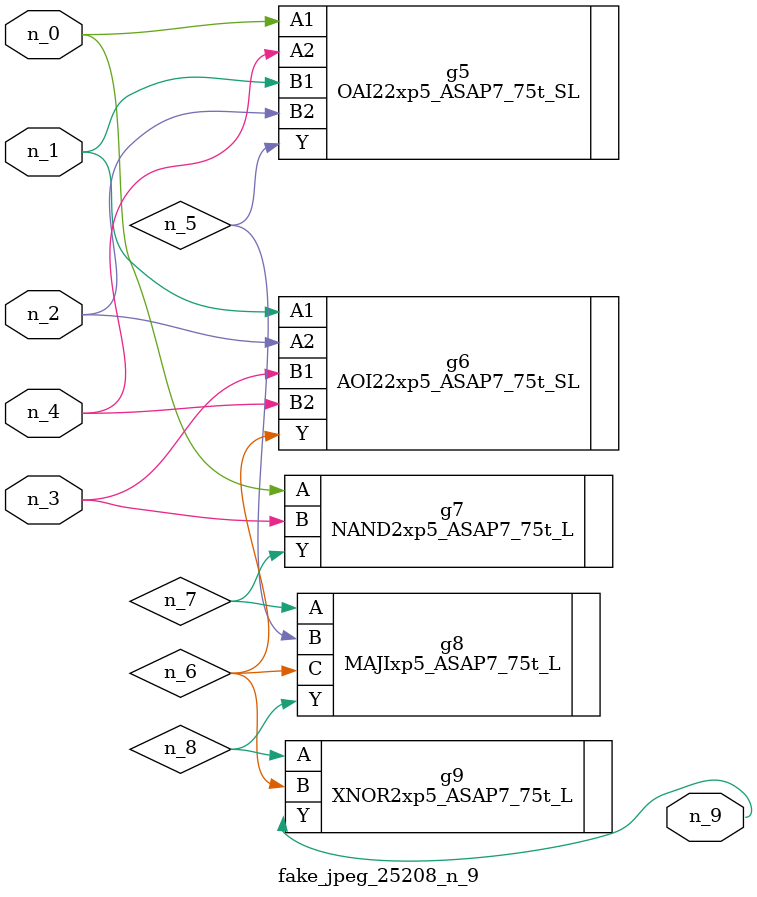
<source format=v>
module fake_jpeg_25208_n_9 (n_3, n_2, n_1, n_0, n_4, n_9);

input n_3;
input n_2;
input n_1;
input n_0;
input n_4;

output n_9;

wire n_8;
wire n_6;
wire n_5;
wire n_7;

OAI22xp5_ASAP7_75t_SL g5 ( 
.A1(n_0),
.A2(n_4),
.B1(n_1),
.B2(n_2),
.Y(n_5)
);

AOI22xp5_ASAP7_75t_SL g6 ( 
.A1(n_1),
.A2(n_2),
.B1(n_3),
.B2(n_4),
.Y(n_6)
);

NAND2xp5_ASAP7_75t_L g7 ( 
.A(n_0),
.B(n_3),
.Y(n_7)
);

MAJIxp5_ASAP7_75t_L g8 ( 
.A(n_7),
.B(n_5),
.C(n_6),
.Y(n_8)
);

XNOR2xp5_ASAP7_75t_L g9 ( 
.A(n_8),
.B(n_6),
.Y(n_9)
);


endmodule
</source>
